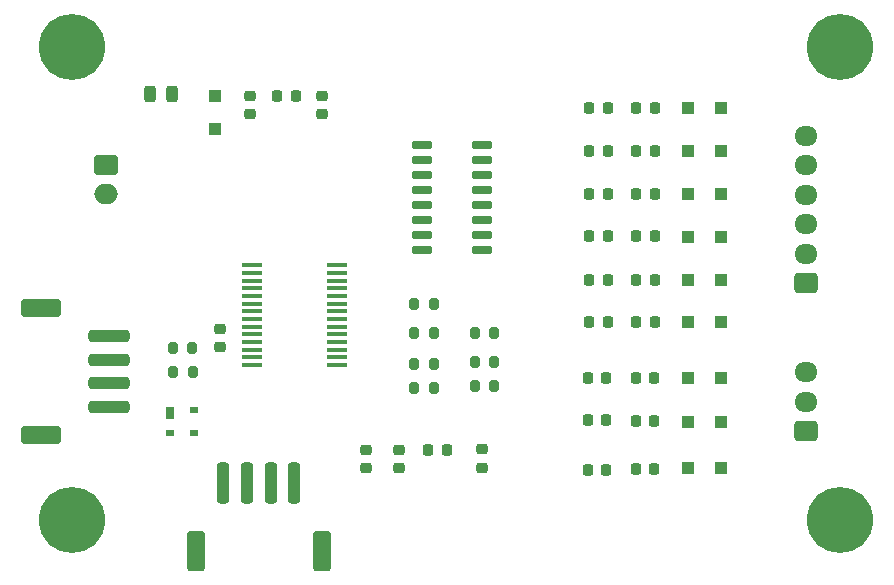
<source format=gbr>
%TF.GenerationSoftware,KiCad,Pcbnew,7.0.7*%
%TF.CreationDate,2024-02-03T17:25:47+00:00*%
%TF.ProjectId,LPF_Relay,4c50465f-5265-46c6-9179-2e6b69636164,rev?*%
%TF.SameCoordinates,Original*%
%TF.FileFunction,Soldermask,Top*%
%TF.FilePolarity,Negative*%
%FSLAX46Y46*%
G04 Gerber Fmt 4.6, Leading zero omitted, Abs format (unit mm)*
G04 Created by KiCad (PCBNEW 7.0.7) date 2024-02-03 17:25:47*
%MOMM*%
%LPD*%
G01*
G04 APERTURE LIST*
G04 Aperture macros list*
%AMRoundRect*
0 Rectangle with rounded corners*
0 $1 Rounding radius*
0 $2 $3 $4 $5 $6 $7 $8 $9 X,Y pos of 4 corners*
0 Add a 4 corners polygon primitive as box body*
4,1,4,$2,$3,$4,$5,$6,$7,$8,$9,$2,$3,0*
0 Add four circle primitives for the rounded corners*
1,1,$1+$1,$2,$3*
1,1,$1+$1,$4,$5*
1,1,$1+$1,$6,$7*
1,1,$1+$1,$8,$9*
0 Add four rect primitives between the rounded corners*
20,1,$1+$1,$2,$3,$4,$5,0*
20,1,$1+$1,$4,$5,$6,$7,0*
20,1,$1+$1,$6,$7,$8,$9,0*
20,1,$1+$1,$8,$9,$2,$3,0*%
G04 Aperture macros list end*
%ADD10RoundRect,0.218750X0.218750X0.256250X-0.218750X0.256250X-0.218750X-0.256250X0.218750X-0.256250X0*%
%ADD11RoundRect,0.250000X0.725000X-0.600000X0.725000X0.600000X-0.725000X0.600000X-0.725000X-0.600000X0*%
%ADD12O,1.950000X1.700000*%
%ADD13RoundRect,0.225000X0.225000X0.250000X-0.225000X0.250000X-0.225000X-0.250000X0.225000X-0.250000X0*%
%ADD14RoundRect,0.250000X-0.300000X-0.300000X0.300000X-0.300000X0.300000X0.300000X-0.300000X0.300000X0*%
%ADD15RoundRect,0.250000X-1.500000X0.250000X-1.500000X-0.250000X1.500000X-0.250000X1.500000X0.250000X0*%
%ADD16RoundRect,0.250001X-1.449999X0.499999X-1.449999X-0.499999X1.449999X-0.499999X1.449999X0.499999X0*%
%ADD17RoundRect,0.150000X-0.725000X-0.150000X0.725000X-0.150000X0.725000X0.150000X-0.725000X0.150000X0*%
%ADD18C,5.600000*%
%ADD19RoundRect,0.200000X0.200000X0.275000X-0.200000X0.275000X-0.200000X-0.275000X0.200000X-0.275000X0*%
%ADD20RoundRect,0.225000X-0.250000X0.225000X-0.250000X-0.225000X0.250000X-0.225000X0.250000X0.225000X0*%
%ADD21R,0.700000X1.000000*%
%ADD22R,0.700000X0.600000*%
%ADD23RoundRect,0.200000X-0.200000X-0.275000X0.200000X-0.275000X0.200000X0.275000X-0.200000X0.275000X0*%
%ADD24R,1.750000X0.450000*%
%ADD25RoundRect,0.250000X-0.750000X0.600000X-0.750000X-0.600000X0.750000X-0.600000X0.750000X0.600000X0*%
%ADD26O,2.000000X1.700000*%
%ADD27RoundRect,0.250000X-0.250000X-1.500000X0.250000X-1.500000X0.250000X1.500000X-0.250000X1.500000X0*%
%ADD28RoundRect,0.250001X-0.499999X-1.449999X0.499999X-1.449999X0.499999X1.449999X-0.499999X1.449999X0*%
%ADD29RoundRect,0.250000X-0.300000X0.300000X-0.300000X-0.300000X0.300000X-0.300000X0.300000X0.300000X0*%
%ADD30RoundRect,0.243750X0.243750X0.456250X-0.243750X0.456250X-0.243750X-0.456250X0.243750X-0.456250X0*%
G04 APERTURE END LIST*
D10*
%TO.C,L1*%
X36717500Y-39130000D03*
X35142500Y-39130000D03*
%TD*%
D11*
%TO.C,J5*%
X67150000Y-25000000D03*
D12*
X67150000Y-22500000D03*
X67150000Y-20000000D03*
X67150000Y-17500000D03*
X67150000Y-15000000D03*
X67150000Y-12500000D03*
%TD*%
D13*
%TO.C,C15*%
X50345000Y-10140000D03*
X48795000Y-10140000D03*
%TD*%
D14*
%TO.C,D9*%
X57112500Y-21036000D03*
X59912500Y-21036000D03*
%TD*%
D15*
%TO.C,J2*%
X8150000Y-29460000D03*
X8150000Y-31460000D03*
X8150000Y-33460000D03*
X8150000Y-35460000D03*
D16*
X2400000Y-27110000D03*
X2400000Y-37810000D03*
%TD*%
D14*
%TO.C,D5*%
X57112500Y-10140000D03*
X59912500Y-10140000D03*
%TD*%
%TO.C,D11*%
X57112500Y-28300000D03*
X59912500Y-28300000D03*
%TD*%
D13*
%TO.C,C14*%
X50195000Y-32970000D03*
X48645000Y-32970000D03*
%TD*%
D17*
%TO.C,U2*%
X34585000Y-13245000D03*
X34585000Y-14515000D03*
X34585000Y-15785000D03*
X34585000Y-17055000D03*
X34585000Y-18325000D03*
X34585000Y-19595000D03*
X34585000Y-20865000D03*
X34585000Y-22135000D03*
X39735000Y-22135000D03*
X39735000Y-20865000D03*
X39735000Y-19595000D03*
X39735000Y-18325000D03*
X39735000Y-17055000D03*
X39735000Y-15785000D03*
X39735000Y-14515000D03*
X39735000Y-13245000D03*
%TD*%
D18*
%TO.C,H1*%
X5000000Y-45000000D03*
%TD*%
D19*
%TO.C,R6*%
X35630000Y-29230000D03*
X33980000Y-29230000D03*
%TD*%
D20*
%TO.C,C1*%
X32690000Y-39100000D03*
X32690000Y-40650000D03*
%TD*%
D19*
%TO.C,R3*%
X35630000Y-31780000D03*
X33980000Y-31780000D03*
%TD*%
D10*
%TO.C,L5*%
X54287500Y-32970000D03*
X52712500Y-32970000D03*
%TD*%
D14*
%TO.C,D6*%
X57132500Y-40610000D03*
X59932500Y-40610000D03*
%TD*%
D20*
%TO.C,C3*%
X29890000Y-39100000D03*
X29890000Y-40650000D03*
%TD*%
D13*
%TO.C,C11*%
X50345000Y-17406389D03*
X48795000Y-17406389D03*
%TD*%
D18*
%TO.C,H2*%
X5000000Y-5000000D03*
%TD*%
D11*
%TO.C,J4*%
X67150000Y-37500000D03*
D12*
X67150000Y-35000000D03*
X67150000Y-32500000D03*
%TD*%
D20*
%TO.C,C2*%
X39700000Y-39040000D03*
X39700000Y-40590000D03*
%TD*%
D19*
%TO.C,R9*%
X35630000Y-26740000D03*
X33980000Y-26740000D03*
%TD*%
D21*
%TO.C,D1*%
X13320000Y-35930000D03*
D22*
X13320000Y-37630000D03*
X15320000Y-37630000D03*
X15320000Y-35730000D03*
%TD*%
D20*
%TO.C,C6*%
X26140000Y-9120000D03*
X26140000Y-10670000D03*
%TD*%
D10*
%TO.C,L3*%
X54287500Y-40700000D03*
X52712500Y-40700000D03*
%TD*%
D23*
%TO.C,R5*%
X13545000Y-30490000D03*
X15195000Y-30490000D03*
%TD*%
D10*
%TO.C,L2*%
X23947500Y-9120000D03*
X22372500Y-9120000D03*
%TD*%
D13*
%TO.C,C13*%
X50345000Y-13775186D03*
X48795000Y-13775186D03*
%TD*%
D20*
%TO.C,C4*%
X17530000Y-28850000D03*
X17530000Y-30400000D03*
%TD*%
D13*
%TO.C,C9*%
X50345000Y-20950000D03*
X48795000Y-20950000D03*
%TD*%
D10*
%TO.C,L10*%
X54327500Y-13775186D03*
X52752500Y-13775186D03*
%TD*%
D24*
%TO.C,U1*%
X20250000Y-23460000D03*
X20250000Y-24110000D03*
X20250000Y-24760000D03*
X20250000Y-25410000D03*
X20250000Y-26060000D03*
X20250000Y-26710000D03*
X20250000Y-27360000D03*
X20250000Y-28010000D03*
X20250000Y-28660000D03*
X20250000Y-29310000D03*
X20250000Y-29960000D03*
X20250000Y-30610000D03*
X20250000Y-31260000D03*
X20250000Y-31910000D03*
X27450000Y-31910000D03*
X27450000Y-31260000D03*
X27450000Y-30610000D03*
X27450000Y-29960000D03*
X27450000Y-29310000D03*
X27450000Y-28660000D03*
X27450000Y-28010000D03*
X27450000Y-27360000D03*
X27450000Y-26710000D03*
X27450000Y-26060000D03*
X27450000Y-25410000D03*
X27450000Y-24760000D03*
X27450000Y-24110000D03*
X27450000Y-23460000D03*
%TD*%
D25*
%TO.C,J3*%
X7870000Y-14940000D03*
D26*
X7870000Y-17440000D03*
%TD*%
D10*
%TO.C,L4*%
X54287500Y-36620000D03*
X52712500Y-36620000D03*
%TD*%
D13*
%TO.C,C7*%
X50195000Y-40830000D03*
X48645000Y-40830000D03*
%TD*%
%TO.C,C8*%
X50345000Y-24668795D03*
X48795000Y-24668795D03*
%TD*%
D23*
%TO.C,R4*%
X39095000Y-31690000D03*
X40745000Y-31690000D03*
%TD*%
%TO.C,R2*%
X39095000Y-33710000D03*
X40745000Y-33710000D03*
%TD*%
D14*
%TO.C,D4*%
X57132500Y-36710000D03*
X59932500Y-36710000D03*
%TD*%
D10*
%TO.C,L11*%
X54327500Y-10140000D03*
X52752500Y-10140000D03*
%TD*%
D13*
%TO.C,C12*%
X50195000Y-36580000D03*
X48645000Y-36580000D03*
%TD*%
D10*
%TO.C,L9*%
X54327500Y-17406389D03*
X52752500Y-17406389D03*
%TD*%
D14*
%TO.C,D8*%
X57112500Y-17404000D03*
X59912500Y-17404000D03*
%TD*%
D23*
%TO.C,R8*%
X13555000Y-32470000D03*
X15205000Y-32470000D03*
%TD*%
D19*
%TO.C,R1*%
X35630000Y-33860000D03*
X33980000Y-33860000D03*
%TD*%
D18*
%TO.C,H4*%
X70000000Y-45000000D03*
%TD*%
D27*
%TO.C,J1*%
X17810000Y-41900000D03*
X19810000Y-41900000D03*
X21810000Y-41900000D03*
X23810000Y-41900000D03*
D28*
X15460000Y-47650000D03*
X26160000Y-47650000D03*
%TD*%
D10*
%TO.C,L6*%
X54327500Y-28300000D03*
X52752500Y-28300000D03*
%TD*%
D18*
%TO.C,H3*%
X70000000Y-5000000D03*
%TD*%
D10*
%TO.C,L8*%
X54327500Y-20980000D03*
X52752500Y-20980000D03*
%TD*%
D14*
%TO.C,D7*%
X57112500Y-13772000D03*
X59912500Y-13772000D03*
%TD*%
D20*
%TO.C,C5*%
X20050000Y-9105000D03*
X20050000Y-10655000D03*
%TD*%
D13*
%TO.C,C10*%
X50345000Y-28300000D03*
X48795000Y-28300000D03*
%TD*%
D14*
%TO.C,D3*%
X57132500Y-33010000D03*
X59932500Y-33010000D03*
%TD*%
D23*
%TO.C,R7*%
X39095000Y-29190000D03*
X40745000Y-29190000D03*
%TD*%
D14*
%TO.C,D10*%
X57112500Y-24668000D03*
X59912500Y-24668000D03*
%TD*%
D29*
%TO.C,D2*%
X17130000Y-9102500D03*
X17130000Y-11902500D03*
%TD*%
D10*
%TO.C,L7*%
X54327500Y-24668795D03*
X52752500Y-24668795D03*
%TD*%
D30*
%TO.C,F1*%
X13477500Y-8980000D03*
X11602500Y-8980000D03*
%TD*%
M02*

</source>
